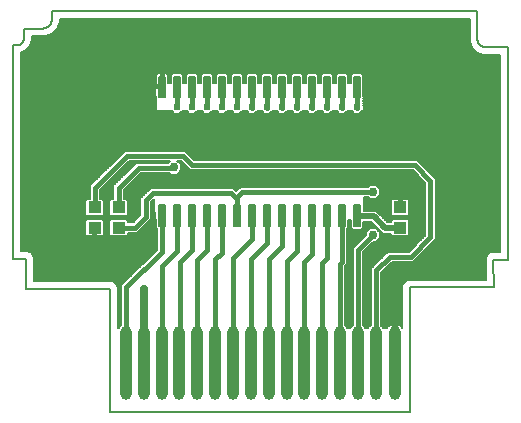
<source format=gtl>
G75*
%MOIN*%
%OFA0B0*%
%FSLAX25Y25*%
%IPPOS*%
%LPD*%
%AMOC8*
5,1,8,0,0,1.08239X$1,22.5*
%
%ADD10C,0.00600*%
%ADD11R,0.03937X0.03937*%
%ADD12C,0.03937*%
%ADD13C,0.00591*%
%ADD14R,0.04331X0.03937*%
%ADD15C,0.02000*%
%ADD16C,0.01600*%
%ADD17C,0.02978*%
%ADD18C,0.02756*%
%ADD19C,0.02400*%
D10*
X0046490Y0004511D02*
X0046415Y0045619D01*
X0018449Y0045619D01*
X0018524Y0055507D01*
X0014221Y0055507D01*
X0014221Y0126729D01*
X0015082Y0126729D01*
X0016821Y0124405D02*
X0018139Y0124951D01*
X0019657Y0126469D01*
X0020479Y0128452D01*
X0020479Y0129723D01*
X0024889Y0129723D01*
X0027110Y0130643D01*
X0028809Y0132343D01*
X0029729Y0134564D01*
X0029729Y0135529D01*
X0091795Y0135529D01*
X0091795Y0135529D01*
X0092288Y0135529D01*
X0092862Y0135529D01*
X0092862Y0135529D01*
X0166297Y0135533D01*
X0166297Y0127979D01*
X0167152Y0125916D01*
X0168730Y0124338D01*
X0168730Y0124338D01*
X0170793Y0123483D01*
X0176408Y0123483D01*
X0176408Y0057892D01*
X0174782Y0057892D01*
X0174772Y0057896D01*
X0174265Y0057892D01*
X0173758Y0057892D01*
X0173748Y0057888D01*
X0173737Y0057887D01*
X0173271Y0057690D01*
X0172803Y0057496D01*
X0172795Y0057488D01*
X0172785Y0057484D01*
X0172429Y0057122D01*
X0172071Y0056764D01*
X0172067Y0056754D01*
X0172059Y0056747D01*
X0171869Y0056277D01*
X0171676Y0055809D01*
X0171676Y0055798D01*
X0171671Y0055788D01*
X0171676Y0055281D01*
X0171676Y0054775D01*
X0171680Y0054764D01*
X0171729Y0048649D01*
X0147025Y0048649D01*
X0147022Y0048650D01*
X0146505Y0048649D01*
X0145993Y0048649D01*
X0145990Y0048648D01*
X0145988Y0048648D01*
X0145512Y0048450D01*
X0145037Y0048253D01*
X0145035Y0048252D01*
X0145033Y0048251D01*
X0144670Y0047886D01*
X0144306Y0047522D01*
X0144305Y0047520D01*
X0144303Y0047518D01*
X0144106Y0047041D01*
X0143910Y0046566D01*
X0143910Y0046564D01*
X0143909Y0046562D01*
X0143910Y0046044D01*
X0143910Y0045532D01*
X0143911Y0045530D01*
X0143934Y0032443D01*
X0143798Y0032771D01*
X0142992Y0033578D01*
X0141937Y0034015D01*
X0140796Y0034015D01*
X0139742Y0033578D01*
X0138935Y0032771D01*
X0138774Y0032382D01*
X0137592Y0032382D01*
X0137441Y0032746D01*
X0136789Y0033398D01*
X0136789Y0050995D01*
X0140412Y0054618D01*
X0147551Y0054618D01*
X0153971Y0061038D01*
X0154967Y0062034D01*
X0154967Y0082342D01*
X0153971Y0083338D01*
X0149717Y0087592D01*
X0148721Y0088588D01*
X0074443Y0088588D01*
X0072364Y0090667D01*
X0071368Y0091663D01*
X0051374Y0091663D01*
X0050378Y0090667D01*
X0040199Y0080488D01*
X0039701Y0079994D01*
X0039701Y0079990D01*
X0039698Y0079988D01*
X0039698Y0079287D01*
X0039684Y0075560D01*
X0038772Y0075560D01*
X0038245Y0075032D01*
X0038245Y0070350D01*
X0038772Y0069823D01*
X0043849Y0069823D01*
X0044376Y0070350D01*
X0044376Y0075032D01*
X0043849Y0075560D01*
X0043084Y0075560D01*
X0043096Y0078577D01*
X0052782Y0088263D01*
X0066522Y0088263D01*
X0065933Y0087675D01*
X0055248Y0087675D01*
X0054252Y0086679D01*
X0047613Y0080040D01*
X0047613Y0075560D01*
X0046746Y0075560D01*
X0046219Y0075032D01*
X0046219Y0070350D01*
X0046746Y0069823D01*
X0051822Y0069823D01*
X0052349Y0070350D01*
X0052349Y0075032D01*
X0051822Y0075560D01*
X0051013Y0075560D01*
X0051013Y0078632D01*
X0056657Y0084275D01*
X0066063Y0084275D01*
X0066687Y0083650D01*
X0068666Y0083650D01*
X0070065Y0085050D01*
X0070065Y0087029D01*
X0068831Y0088263D01*
X0069960Y0088263D01*
X0073035Y0085188D01*
X0147313Y0085188D01*
X0151567Y0080934D01*
X0151567Y0063442D01*
X0146143Y0058018D01*
X0139003Y0058018D01*
X0138008Y0057022D01*
X0133389Y0052403D01*
X0133389Y0033554D01*
X0133384Y0033552D01*
X0132577Y0032746D01*
X0132427Y0032382D01*
X0131647Y0032382D01*
X0131496Y0032746D01*
X0130781Y0033461D01*
X0130781Y0057728D01*
X0134122Y0061069D01*
X0135065Y0061069D01*
X0136464Y0062468D01*
X0136464Y0064447D01*
X0135065Y0065847D01*
X0133086Y0065847D01*
X0131686Y0064447D01*
X0131686Y0063441D01*
X0127381Y0059136D01*
X0127381Y0033494D01*
X0126633Y0032746D01*
X0126482Y0032382D01*
X0125702Y0032382D01*
X0125551Y0032746D01*
X0124924Y0033372D01*
X0124924Y0053209D01*
X0125496Y0053781D01*
X0125496Y0065682D01*
X0125814Y0066000D01*
X0125814Y0068673D01*
X0126652Y0068673D01*
X0126652Y0066000D01*
X0127352Y0065300D01*
X0130114Y0065300D01*
X0130814Y0066000D01*
X0130814Y0067879D01*
X0133530Y0067879D01*
X0136856Y0064554D01*
X0137406Y0063997D01*
X0137412Y0063997D01*
X0137417Y0063993D01*
X0138198Y0063993D01*
X0140120Y0063982D01*
X0140120Y0063657D01*
X0140647Y0063130D01*
X0145723Y0063130D01*
X0146250Y0063657D01*
X0146250Y0068339D01*
X0145723Y0068867D01*
X0140647Y0068867D01*
X0140120Y0068339D01*
X0140120Y0067782D01*
X0138995Y0067788D01*
X0135104Y0071679D01*
X0131111Y0071679D01*
X0131079Y0076079D01*
X0132495Y0076079D01*
X0133134Y0075440D01*
X0135113Y0075440D01*
X0136512Y0076839D01*
X0136512Y0078818D01*
X0135113Y0080218D01*
X0133134Y0080218D01*
X0132395Y0079479D01*
X0089834Y0079479D01*
X0088566Y0078211D01*
X0088431Y0078345D01*
X0087436Y0079341D01*
X0060150Y0079341D01*
X0057599Y0076790D01*
X0056603Y0075794D01*
X0056603Y0070259D01*
X0054056Y0067712D01*
X0052349Y0067712D01*
X0052349Y0068339D01*
X0051822Y0068867D01*
X0046746Y0068867D01*
X0046219Y0068339D01*
X0046219Y0063657D01*
X0046746Y0063130D01*
X0051822Y0063130D01*
X0052349Y0063657D01*
X0052349Y0064312D01*
X0055465Y0064312D01*
X0056461Y0065308D01*
X0060003Y0068851D01*
X0060003Y0074386D01*
X0061232Y0075615D01*
X0061232Y0073262D01*
X0061248Y0073246D01*
X0061304Y0069269D01*
X0061304Y0069025D01*
X0061307Y0069021D01*
X0061307Y0069016D01*
X0061482Y0068846D01*
X0061652Y0068676D01*
X0061652Y0066000D01*
X0061975Y0065677D01*
X0061975Y0058661D01*
X0050109Y0046794D01*
X0050109Y0033505D01*
X0049349Y0032746D01*
X0049199Y0032382D01*
X0049040Y0032382D01*
X0049015Y0045621D01*
X0049015Y0046136D01*
X0049014Y0046138D01*
X0049014Y0046141D01*
X0048816Y0046618D01*
X0048620Y0047092D01*
X0048618Y0047093D01*
X0048617Y0047096D01*
X0048251Y0047461D01*
X0047888Y0047823D01*
X0047886Y0047824D01*
X0047884Y0047826D01*
X0047410Y0048021D01*
X0046933Y0048219D01*
X0046930Y0048219D01*
X0046928Y0048220D01*
X0046414Y0048219D01*
X0021069Y0048219D01*
X0021120Y0054980D01*
X0021124Y0054990D01*
X0021124Y0055497D01*
X0021128Y0056004D01*
X0021124Y0056014D01*
X0021124Y0056024D01*
X0020930Y0056492D01*
X0020739Y0056963D01*
X0020732Y0056970D01*
X0020728Y0056980D01*
X0020370Y0057338D01*
X0020013Y0057700D01*
X0020004Y0057704D01*
X0019997Y0057711D01*
X0019528Y0057905D01*
X0019061Y0058103D01*
X0019051Y0058103D01*
X0019041Y0058107D01*
X0018534Y0058107D01*
X0018027Y0058111D01*
X0018017Y0058107D01*
X0016821Y0058107D01*
X0016821Y0124405D01*
X0016821Y0124232D02*
X0168987Y0124232D01*
X0168730Y0124338D02*
X0168730Y0124338D01*
X0168238Y0124830D02*
X0017848Y0124830D01*
X0018139Y0124951D02*
X0018139Y0124951D01*
X0018617Y0125429D02*
X0167640Y0125429D01*
X0167152Y0125916D02*
X0167152Y0125916D01*
X0167106Y0126027D02*
X0019215Y0126027D01*
X0019657Y0126469D02*
X0019657Y0126469D01*
X0019722Y0126626D02*
X0166858Y0126626D01*
X0166610Y0127224D02*
X0019970Y0127224D01*
X0020218Y0127823D02*
X0166362Y0127823D01*
X0166297Y0128421D02*
X0020466Y0128421D01*
X0020479Y0129020D02*
X0166297Y0129020D01*
X0166297Y0129618D02*
X0020479Y0129618D01*
X0017879Y0129526D02*
X0017879Y0132323D01*
X0023687Y0132323D01*
X0026079Y0130217D02*
X0166297Y0130217D01*
X0166297Y0130815D02*
X0027281Y0130815D01*
X0027110Y0130643D02*
X0027110Y0130643D01*
X0027880Y0131414D02*
X0166297Y0131414D01*
X0166297Y0132012D02*
X0028478Y0132012D01*
X0028809Y0132343D02*
X0028809Y0132343D01*
X0028920Y0132611D02*
X0166297Y0132611D01*
X0166297Y0133209D02*
X0029168Y0133209D01*
X0029416Y0133808D02*
X0166297Y0133808D01*
X0166297Y0134406D02*
X0029664Y0134406D01*
X0029729Y0135005D02*
X0166297Y0135005D01*
X0168897Y0138133D02*
X0168897Y0129095D01*
X0168899Y0128987D01*
X0168905Y0128880D01*
X0168914Y0128773D01*
X0168928Y0128666D01*
X0168945Y0128560D01*
X0168966Y0128455D01*
X0168991Y0128350D01*
X0169019Y0128246D01*
X0169051Y0128144D01*
X0169087Y0128042D01*
X0169126Y0127942D01*
X0169169Y0127844D01*
X0169216Y0127747D01*
X0169265Y0127652D01*
X0169319Y0127558D01*
X0169375Y0127467D01*
X0169435Y0127377D01*
X0169498Y0127290D01*
X0169564Y0127205D01*
X0169633Y0127123D01*
X0169705Y0127043D01*
X0169779Y0126965D01*
X0169857Y0126891D01*
X0169937Y0126819D01*
X0170019Y0126750D01*
X0170104Y0126684D01*
X0170191Y0126621D01*
X0170281Y0126561D01*
X0170372Y0126505D01*
X0170466Y0126451D01*
X0170561Y0126402D01*
X0170658Y0126355D01*
X0170756Y0126312D01*
X0170856Y0126273D01*
X0170958Y0126237D01*
X0171060Y0126205D01*
X0171164Y0126177D01*
X0171269Y0126152D01*
X0171374Y0126131D01*
X0171480Y0126114D01*
X0171587Y0126100D01*
X0171694Y0126091D01*
X0171801Y0126085D01*
X0171909Y0126083D01*
X0179008Y0126083D01*
X0179008Y0055292D01*
X0174276Y0055292D01*
X0174351Y0046049D01*
X0146510Y0046049D01*
X0146585Y0004511D01*
X0046490Y0004511D01*
X0049039Y0032659D02*
X0049313Y0032659D01*
X0049038Y0033258D02*
X0049861Y0033258D01*
X0050109Y0033856D02*
X0049037Y0033856D01*
X0049036Y0034455D02*
X0050109Y0034455D01*
X0050109Y0035053D02*
X0049035Y0035053D01*
X0049034Y0035652D02*
X0050109Y0035652D01*
X0050109Y0036250D02*
X0049033Y0036250D01*
X0049031Y0036849D02*
X0050109Y0036849D01*
X0050109Y0037447D02*
X0049030Y0037447D01*
X0049029Y0038046D02*
X0050109Y0038046D01*
X0050109Y0038644D02*
X0049028Y0038644D01*
X0049027Y0039243D02*
X0050109Y0039243D01*
X0050109Y0039841D02*
X0049026Y0039841D01*
X0049025Y0040440D02*
X0050109Y0040440D01*
X0050109Y0041038D02*
X0049024Y0041038D01*
X0049023Y0041637D02*
X0050109Y0041637D01*
X0050109Y0042235D02*
X0049022Y0042235D01*
X0049021Y0042834D02*
X0050109Y0042834D01*
X0050109Y0043432D02*
X0049019Y0043432D01*
X0049018Y0044031D02*
X0050109Y0044031D01*
X0050109Y0044630D02*
X0049017Y0044630D01*
X0049016Y0045228D02*
X0050109Y0045228D01*
X0050109Y0045827D02*
X0049015Y0045827D01*
X0048896Y0046425D02*
X0050109Y0046425D01*
X0050338Y0047024D02*
X0048648Y0047024D01*
X0048089Y0047622D02*
X0050936Y0047622D01*
X0051535Y0048221D02*
X0021069Y0048221D01*
X0021073Y0048819D02*
X0052133Y0048819D01*
X0052732Y0049418D02*
X0021078Y0049418D01*
X0021082Y0050016D02*
X0053330Y0050016D01*
X0053929Y0050615D02*
X0021087Y0050615D01*
X0021091Y0051213D02*
X0054527Y0051213D01*
X0055126Y0051812D02*
X0021096Y0051812D01*
X0021101Y0052410D02*
X0055725Y0052410D01*
X0056323Y0053009D02*
X0021105Y0053009D01*
X0021110Y0053607D02*
X0056922Y0053607D01*
X0057520Y0054206D02*
X0021114Y0054206D01*
X0021119Y0054804D02*
X0058119Y0054804D01*
X0058717Y0055403D02*
X0021124Y0055403D01*
X0021128Y0056001D02*
X0059316Y0056001D01*
X0059914Y0056600D02*
X0020887Y0056600D01*
X0020510Y0057198D02*
X0060513Y0057198D01*
X0061111Y0057797D02*
X0019790Y0057797D01*
X0016821Y0058395D02*
X0061710Y0058395D01*
X0061975Y0058994D02*
X0016821Y0058994D01*
X0016821Y0059592D02*
X0061975Y0059592D01*
X0061975Y0060191D02*
X0016821Y0060191D01*
X0016821Y0060789D02*
X0061975Y0060789D01*
X0061975Y0061388D02*
X0016821Y0061388D01*
X0016821Y0061986D02*
X0061975Y0061986D01*
X0061975Y0062585D02*
X0016821Y0062585D01*
X0016821Y0063183D02*
X0038719Y0063183D01*
X0038772Y0063130D02*
X0043849Y0063130D01*
X0044376Y0063657D01*
X0044376Y0068339D01*
X0043849Y0068867D01*
X0038772Y0068867D01*
X0038245Y0068339D01*
X0038245Y0063657D01*
X0038772Y0063130D01*
X0038245Y0063782D02*
X0016821Y0063782D01*
X0016821Y0064380D02*
X0038245Y0064380D01*
X0038245Y0064979D02*
X0016821Y0064979D01*
X0016821Y0065577D02*
X0038245Y0065577D01*
X0038245Y0066176D02*
X0016821Y0066176D01*
X0016821Y0066774D02*
X0038245Y0066774D01*
X0038245Y0067373D02*
X0016821Y0067373D01*
X0016821Y0067971D02*
X0038245Y0067971D01*
X0038476Y0068570D02*
X0016821Y0068570D01*
X0016821Y0069168D02*
X0055513Y0069168D01*
X0054914Y0068570D02*
X0052119Y0068570D01*
X0052349Y0067971D02*
X0054316Y0067971D01*
X0056111Y0069767D02*
X0016821Y0069767D01*
X0016821Y0070365D02*
X0038245Y0070365D01*
X0038245Y0070964D02*
X0016821Y0070964D01*
X0016821Y0071563D02*
X0038245Y0071563D01*
X0038245Y0072161D02*
X0016821Y0072161D01*
X0016821Y0072760D02*
X0038245Y0072760D01*
X0038245Y0073358D02*
X0016821Y0073358D01*
X0016821Y0073957D02*
X0038245Y0073957D01*
X0038245Y0074555D02*
X0016821Y0074555D01*
X0016821Y0075154D02*
X0038366Y0075154D01*
X0039685Y0075752D02*
X0016821Y0075752D01*
X0016821Y0076351D02*
X0039687Y0076351D01*
X0039690Y0076949D02*
X0016821Y0076949D01*
X0016821Y0077548D02*
X0039692Y0077548D01*
X0039694Y0078146D02*
X0016821Y0078146D01*
X0016821Y0078745D02*
X0039696Y0078745D01*
X0039698Y0079343D02*
X0016821Y0079343D01*
X0016821Y0079942D02*
X0039698Y0079942D01*
X0040251Y0080540D02*
X0016821Y0080540D01*
X0016821Y0081139D02*
X0040850Y0081139D01*
X0041448Y0081737D02*
X0016821Y0081737D01*
X0016821Y0082336D02*
X0042047Y0082336D01*
X0042645Y0082934D02*
X0016821Y0082934D01*
X0016821Y0083533D02*
X0043244Y0083533D01*
X0043842Y0084131D02*
X0016821Y0084131D01*
X0016821Y0084730D02*
X0044441Y0084730D01*
X0045039Y0085328D02*
X0016821Y0085328D01*
X0016821Y0085927D02*
X0045638Y0085927D01*
X0046236Y0086525D02*
X0016821Y0086525D01*
X0016821Y0087124D02*
X0046835Y0087124D01*
X0047433Y0087722D02*
X0016821Y0087722D01*
X0016821Y0088321D02*
X0048032Y0088321D01*
X0048630Y0088919D02*
X0016821Y0088919D01*
X0016821Y0089518D02*
X0049229Y0089518D01*
X0049827Y0090116D02*
X0016821Y0090116D01*
X0016821Y0090715D02*
X0050426Y0090715D01*
X0050378Y0090667D02*
X0050378Y0090667D01*
X0051024Y0091313D02*
X0016821Y0091313D01*
X0016821Y0091912D02*
X0176408Y0091912D01*
X0176408Y0092510D02*
X0016821Y0092510D01*
X0016821Y0093109D02*
X0176408Y0093109D01*
X0176408Y0093707D02*
X0016821Y0093707D01*
X0016821Y0094306D02*
X0176408Y0094306D01*
X0176408Y0094904D02*
X0016821Y0094904D01*
X0016821Y0095503D02*
X0176408Y0095503D01*
X0176408Y0096101D02*
X0016821Y0096101D01*
X0016821Y0096700D02*
X0176408Y0096700D01*
X0176408Y0097298D02*
X0016821Y0097298D01*
X0016821Y0097897D02*
X0176408Y0097897D01*
X0176408Y0098496D02*
X0016821Y0098496D01*
X0016821Y0099094D02*
X0176408Y0099094D01*
X0176408Y0099693D02*
X0016821Y0099693D01*
X0016821Y0100291D02*
X0176408Y0100291D01*
X0176408Y0100890D02*
X0016821Y0100890D01*
X0016821Y0101488D02*
X0176408Y0101488D01*
X0176408Y0102087D02*
X0016821Y0102087D01*
X0016821Y0102685D02*
X0176408Y0102685D01*
X0176408Y0103284D02*
X0016821Y0103284D01*
X0016821Y0103882D02*
X0176408Y0103882D01*
X0176408Y0104481D02*
X0130072Y0104481D01*
X0130447Y0104856D02*
X0130607Y0104856D01*
X0130608Y0104857D01*
X0130611Y0104857D01*
X0130784Y0105033D01*
X0130958Y0105207D01*
X0130958Y0105209D01*
X0130960Y0105211D01*
X0130958Y0105457D01*
X0130958Y0105704D01*
X0130957Y0105706D01*
X0130908Y0113579D01*
X0130908Y0113825D01*
X0130906Y0113827D01*
X0130906Y0113829D01*
X0130814Y0113920D01*
X0130814Y0116833D01*
X0130114Y0117533D01*
X0127352Y0117533D01*
X0126652Y0116833D01*
X0126652Y0114175D01*
X0125814Y0114175D01*
X0125814Y0116833D01*
X0125114Y0117533D01*
X0122352Y0117533D01*
X0121652Y0116833D01*
X0121652Y0114174D01*
X0120814Y0114174D01*
X0120814Y0116833D01*
X0120114Y0117533D01*
X0117352Y0117533D01*
X0116652Y0116833D01*
X0116652Y0114172D01*
X0115814Y0114172D01*
X0115814Y0116833D01*
X0115114Y0117533D01*
X0112352Y0117533D01*
X0111652Y0116833D01*
X0111652Y0114171D01*
X0110814Y0114171D01*
X0110814Y0116833D01*
X0110114Y0117533D01*
X0107352Y0117533D01*
X0106652Y0116833D01*
X0106652Y0114169D01*
X0105814Y0114169D01*
X0105814Y0116833D01*
X0105114Y0117533D01*
X0102352Y0117533D01*
X0101652Y0116833D01*
X0101652Y0114168D01*
X0100814Y0114168D01*
X0100814Y0116833D01*
X0100114Y0117533D01*
X0097352Y0117533D01*
X0096652Y0116833D01*
X0096652Y0114166D01*
X0095814Y0114166D01*
X0095814Y0116833D01*
X0095114Y0117533D01*
X0092352Y0117533D01*
X0091652Y0116833D01*
X0091652Y0114165D01*
X0090814Y0114165D01*
X0090814Y0116833D01*
X0090114Y0117533D01*
X0087352Y0117533D01*
X0086652Y0116833D01*
X0086652Y0114163D01*
X0085814Y0114163D01*
X0085814Y0116833D01*
X0085114Y0117533D01*
X0082352Y0117533D01*
X0081652Y0116833D01*
X0081652Y0114162D01*
X0080814Y0114162D01*
X0080814Y0116833D01*
X0080114Y0117533D01*
X0077352Y0117533D01*
X0076652Y0116833D01*
X0076652Y0114160D01*
X0075814Y0114160D01*
X0075814Y0116833D01*
X0075114Y0117533D01*
X0072352Y0117533D01*
X0071652Y0116833D01*
X0071652Y0114159D01*
X0070814Y0114159D01*
X0070814Y0116833D01*
X0070114Y0117533D01*
X0067352Y0117533D01*
X0066652Y0116833D01*
X0066652Y0114157D01*
X0065814Y0114157D01*
X0065814Y0116833D01*
X0065114Y0117533D01*
X0062352Y0117533D01*
X0061652Y0116833D01*
X0061652Y0113848D01*
X0061608Y0113805D01*
X0061608Y0113805D01*
X0061608Y0113804D01*
X0061608Y0113555D01*
X0061608Y0109746D01*
X0061623Y0109732D01*
X0061670Y0105432D01*
X0061670Y0105187D01*
X0061672Y0105184D01*
X0061672Y0105180D01*
X0061848Y0105009D01*
X0062021Y0104835D01*
X0062025Y0104835D01*
X0062028Y0104833D01*
X0062273Y0104835D01*
X0067036Y0104837D01*
X0067865Y0104007D01*
X0069605Y0104007D01*
X0070436Y0104838D01*
X0072034Y0104838D01*
X0072865Y0104007D01*
X0074605Y0104007D01*
X0075437Y0104839D01*
X0077031Y0104840D01*
X0077863Y0104007D01*
X0079603Y0104007D01*
X0080437Y0104841D01*
X0082030Y0104841D01*
X0082864Y0104007D01*
X0084604Y0104007D01*
X0085439Y0104842D01*
X0087030Y0104843D01*
X0087866Y0104007D01*
X0089605Y0104007D01*
X0090442Y0104844D01*
X0092023Y0104844D01*
X0092860Y0104007D01*
X0094600Y0104007D01*
X0095438Y0104845D01*
X0097026Y0104846D01*
X0097865Y0104007D01*
X0099605Y0104007D01*
X0100444Y0104847D01*
X0102021Y0104847D01*
X0102861Y0104007D01*
X0104601Y0104007D01*
X0105442Y0104848D01*
X0107022Y0104849D01*
X0107864Y0104007D01*
X0109603Y0104007D01*
X0110446Y0104850D01*
X0112019Y0104850D01*
X0112862Y0104007D01*
X0114602Y0104007D01*
X0115446Y0104851D01*
X0117021Y0104852D01*
X0117866Y0104007D01*
X0119605Y0104007D01*
X0120451Y0104853D01*
X0122023Y0104853D01*
X0122869Y0104007D01*
X0124609Y0104007D01*
X0125456Y0104854D01*
X0127011Y0104855D01*
X0127859Y0104007D01*
X0129598Y0104007D01*
X0130447Y0104856D01*
X0130830Y0105079D02*
X0176408Y0105079D01*
X0176408Y0105678D02*
X0130958Y0105678D01*
X0130953Y0106276D02*
X0176408Y0106276D01*
X0176408Y0106875D02*
X0130949Y0106875D01*
X0130946Y0107473D02*
X0176408Y0107473D01*
X0176408Y0108072D02*
X0130942Y0108072D01*
X0130938Y0108670D02*
X0176408Y0108670D01*
X0176408Y0109269D02*
X0130935Y0109269D01*
X0130931Y0109867D02*
X0176408Y0109867D01*
X0176408Y0110466D02*
X0130927Y0110466D01*
X0130923Y0111064D02*
X0176408Y0111064D01*
X0176408Y0111663D02*
X0130920Y0111663D01*
X0130916Y0112261D02*
X0176408Y0112261D01*
X0176408Y0112860D02*
X0130912Y0112860D01*
X0130909Y0113458D02*
X0176408Y0113458D01*
X0176408Y0114057D02*
X0130814Y0114057D01*
X0130814Y0114655D02*
X0176408Y0114655D01*
X0176408Y0115254D02*
X0130814Y0115254D01*
X0130814Y0115852D02*
X0176408Y0115852D01*
X0176408Y0116451D02*
X0130814Y0116451D01*
X0130598Y0117049D02*
X0176408Y0117049D01*
X0176408Y0117648D02*
X0016821Y0117648D01*
X0016821Y0118246D02*
X0176408Y0118246D01*
X0176408Y0118845D02*
X0016821Y0118845D01*
X0016821Y0119443D02*
X0176408Y0119443D01*
X0176408Y0120042D02*
X0016821Y0120042D01*
X0016821Y0120640D02*
X0176408Y0120640D01*
X0176408Y0121239D02*
X0016821Y0121239D01*
X0016821Y0121837D02*
X0176408Y0121837D01*
X0176408Y0122436D02*
X0016821Y0122436D01*
X0016821Y0123034D02*
X0176408Y0123034D01*
X0170432Y0123633D02*
X0016821Y0123633D01*
X0015082Y0126729D02*
X0015187Y0126731D01*
X0015291Y0126737D01*
X0015395Y0126747D01*
X0015499Y0126760D01*
X0015602Y0126778D01*
X0015704Y0126799D01*
X0015806Y0126824D01*
X0015906Y0126853D01*
X0016006Y0126886D01*
X0016104Y0126922D01*
X0016200Y0126962D01*
X0016296Y0127006D01*
X0016389Y0127053D01*
X0016480Y0127104D01*
X0016570Y0127158D01*
X0016658Y0127215D01*
X0016743Y0127276D01*
X0016826Y0127339D01*
X0016906Y0127406D01*
X0016984Y0127476D01*
X0017060Y0127548D01*
X0017132Y0127624D01*
X0017202Y0127702D01*
X0017269Y0127782D01*
X0017332Y0127865D01*
X0017393Y0127950D01*
X0017450Y0128038D01*
X0017504Y0128127D01*
X0017555Y0128219D01*
X0017602Y0128312D01*
X0017646Y0128408D01*
X0017686Y0128504D01*
X0017722Y0128602D01*
X0017755Y0128702D01*
X0017784Y0128802D01*
X0017809Y0128904D01*
X0017830Y0129006D01*
X0017848Y0129109D01*
X0017861Y0129213D01*
X0017871Y0129317D01*
X0017877Y0129421D01*
X0017879Y0129526D01*
X0023687Y0132323D02*
X0023802Y0132325D01*
X0023917Y0132331D01*
X0024032Y0132340D01*
X0024146Y0132354D01*
X0024260Y0132371D01*
X0024373Y0132392D01*
X0024485Y0132417D01*
X0024596Y0132445D01*
X0024707Y0132478D01*
X0024816Y0132513D01*
X0024924Y0132553D01*
X0025031Y0132596D01*
X0025136Y0132643D01*
X0025239Y0132693D01*
X0025341Y0132747D01*
X0025441Y0132803D01*
X0025539Y0132864D01*
X0025635Y0132927D01*
X0025729Y0132994D01*
X0025820Y0133064D01*
X0025909Y0133137D01*
X0025996Y0133212D01*
X0026080Y0133291D01*
X0026161Y0133372D01*
X0026240Y0133456D01*
X0026315Y0133543D01*
X0026388Y0133632D01*
X0026458Y0133723D01*
X0026525Y0133817D01*
X0026588Y0133913D01*
X0026649Y0134011D01*
X0026705Y0134111D01*
X0026759Y0134213D01*
X0026809Y0134316D01*
X0026856Y0134421D01*
X0026899Y0134528D01*
X0026939Y0134636D01*
X0026974Y0134745D01*
X0027007Y0134856D01*
X0027035Y0134967D01*
X0027060Y0135079D01*
X0027081Y0135192D01*
X0027098Y0135306D01*
X0027112Y0135420D01*
X0027121Y0135535D01*
X0027127Y0135650D01*
X0027129Y0135765D01*
X0027129Y0138129D01*
X0092312Y0138129D01*
X0092345Y0138129D01*
X0092312Y0138129D02*
X0168897Y0138133D01*
X0126868Y0117049D02*
X0125598Y0117049D01*
X0125814Y0116451D02*
X0126652Y0116451D01*
X0126652Y0115852D02*
X0125814Y0115852D01*
X0125814Y0115254D02*
X0126652Y0115254D01*
X0126652Y0114655D02*
X0125814Y0114655D01*
X0121868Y0117049D02*
X0120598Y0117049D01*
X0120814Y0116451D02*
X0121652Y0116451D01*
X0121652Y0115852D02*
X0120814Y0115852D01*
X0120814Y0115254D02*
X0121652Y0115254D01*
X0121652Y0114655D02*
X0120814Y0114655D01*
X0116652Y0114655D02*
X0115814Y0114655D01*
X0115814Y0115254D02*
X0116652Y0115254D01*
X0116652Y0115852D02*
X0115814Y0115852D01*
X0115814Y0116451D02*
X0116652Y0116451D01*
X0116868Y0117049D02*
X0115598Y0117049D01*
X0111868Y0117049D02*
X0110598Y0117049D01*
X0110814Y0116451D02*
X0111652Y0116451D01*
X0111652Y0115852D02*
X0110814Y0115852D01*
X0110814Y0115254D02*
X0111652Y0115254D01*
X0111652Y0114655D02*
X0110814Y0114655D01*
X0106652Y0114655D02*
X0105814Y0114655D01*
X0105814Y0115254D02*
X0106652Y0115254D01*
X0106652Y0115852D02*
X0105814Y0115852D01*
X0105814Y0116451D02*
X0106652Y0116451D01*
X0106868Y0117049D02*
X0105598Y0117049D01*
X0101868Y0117049D02*
X0100598Y0117049D01*
X0100814Y0116451D02*
X0101652Y0116451D01*
X0101652Y0115852D02*
X0100814Y0115852D01*
X0100814Y0115254D02*
X0101652Y0115254D01*
X0101652Y0114655D02*
X0100814Y0114655D01*
X0096652Y0114655D02*
X0095814Y0114655D01*
X0095814Y0115254D02*
X0096652Y0115254D01*
X0096652Y0115852D02*
X0095814Y0115852D01*
X0095814Y0116451D02*
X0096652Y0116451D01*
X0096868Y0117049D02*
X0095598Y0117049D01*
X0091868Y0117049D02*
X0090598Y0117049D01*
X0090814Y0116451D02*
X0091652Y0116451D01*
X0091652Y0115852D02*
X0090814Y0115852D01*
X0090814Y0115254D02*
X0091652Y0115254D01*
X0091652Y0114655D02*
X0090814Y0114655D01*
X0086652Y0114655D02*
X0085814Y0114655D01*
X0085814Y0115254D02*
X0086652Y0115254D01*
X0086652Y0115852D02*
X0085814Y0115852D01*
X0085814Y0116451D02*
X0086652Y0116451D01*
X0086868Y0117049D02*
X0085598Y0117049D01*
X0081868Y0117049D02*
X0080598Y0117049D01*
X0080814Y0116451D02*
X0081652Y0116451D01*
X0081652Y0115852D02*
X0080814Y0115852D01*
X0080814Y0115254D02*
X0081652Y0115254D01*
X0081652Y0114655D02*
X0080814Y0114655D01*
X0076652Y0114655D02*
X0075814Y0114655D01*
X0075814Y0115254D02*
X0076652Y0115254D01*
X0076652Y0115852D02*
X0075814Y0115852D01*
X0075814Y0116451D02*
X0076652Y0116451D01*
X0076868Y0117049D02*
X0075598Y0117049D01*
X0071868Y0117049D02*
X0070598Y0117049D01*
X0070814Y0116451D02*
X0071652Y0116451D01*
X0071652Y0115852D02*
X0070814Y0115852D01*
X0070814Y0115254D02*
X0071652Y0115254D01*
X0071652Y0114655D02*
X0070814Y0114655D01*
X0066652Y0114655D02*
X0065814Y0114655D01*
X0065814Y0115254D02*
X0066652Y0115254D01*
X0066652Y0115852D02*
X0065814Y0115852D01*
X0065814Y0116451D02*
X0066652Y0116451D01*
X0066868Y0117049D02*
X0065598Y0117049D01*
X0061868Y0117049D02*
X0016821Y0117049D01*
X0016821Y0116451D02*
X0061652Y0116451D01*
X0061652Y0115852D02*
X0016821Y0115852D01*
X0016821Y0115254D02*
X0061652Y0115254D01*
X0061652Y0114655D02*
X0016821Y0114655D01*
X0016821Y0114057D02*
X0061652Y0114057D01*
X0061608Y0113458D02*
X0016821Y0113458D01*
X0016821Y0112860D02*
X0061608Y0112860D01*
X0061608Y0112261D02*
X0016821Y0112261D01*
X0016821Y0111663D02*
X0061608Y0111663D01*
X0061608Y0111064D02*
X0016821Y0111064D01*
X0016821Y0110466D02*
X0061608Y0110466D01*
X0061608Y0109867D02*
X0016821Y0109867D01*
X0016821Y0109269D02*
X0061628Y0109269D01*
X0061634Y0108670D02*
X0016821Y0108670D01*
X0016821Y0108072D02*
X0061641Y0108072D01*
X0061647Y0107473D02*
X0016821Y0107473D01*
X0016821Y0106875D02*
X0061654Y0106875D01*
X0061660Y0106276D02*
X0016821Y0106276D01*
X0016821Y0105678D02*
X0061667Y0105678D01*
X0061776Y0105079D02*
X0016821Y0105079D01*
X0016821Y0104481D02*
X0067392Y0104481D01*
X0070079Y0104481D02*
X0072391Y0104481D01*
X0075078Y0104481D02*
X0077390Y0104481D01*
X0080077Y0104481D02*
X0082390Y0104481D01*
X0085077Y0104481D02*
X0087392Y0104481D01*
X0090079Y0104481D02*
X0092386Y0104481D01*
X0095073Y0104481D02*
X0097391Y0104481D01*
X0100078Y0104481D02*
X0102387Y0104481D01*
X0105074Y0104481D02*
X0107390Y0104481D01*
X0110077Y0104481D02*
X0112388Y0104481D01*
X0115075Y0104481D02*
X0117392Y0104481D01*
X0120079Y0104481D02*
X0122395Y0104481D01*
X0125082Y0104481D02*
X0127385Y0104481D01*
X0148989Y0088321D02*
X0176408Y0088321D01*
X0176408Y0088919D02*
X0074112Y0088919D01*
X0073513Y0089518D02*
X0176408Y0089518D01*
X0176408Y0090116D02*
X0072915Y0090116D01*
X0072316Y0090715D02*
X0176408Y0090715D01*
X0176408Y0091313D02*
X0071718Y0091313D01*
X0070500Y0087722D02*
X0069372Y0087722D01*
X0069971Y0087124D02*
X0071099Y0087124D01*
X0071697Y0086525D02*
X0070065Y0086525D01*
X0070065Y0085927D02*
X0072296Y0085927D01*
X0072895Y0085328D02*
X0070065Y0085328D01*
X0069745Y0084730D02*
X0147772Y0084730D01*
X0148370Y0084131D02*
X0069147Y0084131D01*
X0066206Y0084131D02*
X0056513Y0084131D01*
X0055914Y0083533D02*
X0148969Y0083533D01*
X0149567Y0082934D02*
X0055316Y0082934D01*
X0054717Y0082336D02*
X0150166Y0082336D01*
X0150764Y0081737D02*
X0054119Y0081737D01*
X0053520Y0081139D02*
X0151363Y0081139D01*
X0151567Y0080540D02*
X0052922Y0080540D01*
X0052323Y0079942D02*
X0132858Y0079942D01*
X0135389Y0079942D02*
X0151567Y0079942D01*
X0151567Y0079343D02*
X0135987Y0079343D01*
X0136512Y0078745D02*
X0151567Y0078745D01*
X0151567Y0078146D02*
X0136512Y0078146D01*
X0136512Y0077548D02*
X0151567Y0077548D01*
X0151567Y0076949D02*
X0136512Y0076949D01*
X0136024Y0076351D02*
X0151567Y0076351D01*
X0151567Y0075752D02*
X0135425Y0075752D01*
X0132821Y0075752D02*
X0131081Y0075752D01*
X0131085Y0075154D02*
X0140241Y0075154D01*
X0140120Y0075032D02*
X0140647Y0075560D01*
X0145723Y0075560D01*
X0146250Y0075032D01*
X0146250Y0070350D01*
X0145723Y0069823D01*
X0140647Y0069823D01*
X0140120Y0070350D01*
X0140120Y0075032D01*
X0140120Y0074555D02*
X0131090Y0074555D01*
X0131094Y0073957D02*
X0140120Y0073957D01*
X0140120Y0073358D02*
X0131099Y0073358D01*
X0131103Y0072760D02*
X0140120Y0072760D01*
X0140120Y0072161D02*
X0131108Y0072161D01*
X0135221Y0071563D02*
X0140120Y0071563D01*
X0140120Y0070964D02*
X0135820Y0070964D01*
X0136418Y0070365D02*
X0140120Y0070365D01*
X0140350Y0068570D02*
X0138214Y0068570D01*
X0138812Y0067971D02*
X0140120Y0067971D01*
X0137615Y0069168D02*
X0151567Y0069168D01*
X0151567Y0068570D02*
X0146020Y0068570D01*
X0146250Y0067971D02*
X0151567Y0067971D01*
X0151567Y0067373D02*
X0146250Y0067373D01*
X0146250Y0066774D02*
X0151567Y0066774D01*
X0151567Y0066176D02*
X0146250Y0066176D01*
X0146250Y0065577D02*
X0151567Y0065577D01*
X0151567Y0064979D02*
X0146250Y0064979D01*
X0146250Y0064380D02*
X0151567Y0064380D01*
X0151567Y0063782D02*
X0146250Y0063782D01*
X0145777Y0063183D02*
X0151308Y0063183D01*
X0150710Y0062585D02*
X0136464Y0062585D01*
X0136464Y0063183D02*
X0140593Y0063183D01*
X0140120Y0063782D02*
X0136464Y0063782D01*
X0136464Y0064380D02*
X0137027Y0064380D01*
X0136431Y0064979D02*
X0135933Y0064979D01*
X0135832Y0065577D02*
X0135334Y0065577D01*
X0135234Y0066176D02*
X0130814Y0066176D01*
X0130814Y0066774D02*
X0134635Y0066774D01*
X0134037Y0067373D02*
X0130814Y0067373D01*
X0130391Y0065577D02*
X0132816Y0065577D01*
X0132218Y0064979D02*
X0125496Y0064979D01*
X0125496Y0065577D02*
X0127075Y0065577D01*
X0126652Y0066176D02*
X0125814Y0066176D01*
X0125814Y0066774D02*
X0126652Y0066774D01*
X0126652Y0067373D02*
X0125814Y0067373D01*
X0125814Y0067971D02*
X0126652Y0067971D01*
X0126652Y0068570D02*
X0125814Y0068570D01*
X0125496Y0064380D02*
X0131686Y0064380D01*
X0131686Y0063782D02*
X0125496Y0063782D01*
X0125496Y0063183D02*
X0131428Y0063183D01*
X0130829Y0062585D02*
X0125496Y0062585D01*
X0125496Y0061986D02*
X0130231Y0061986D01*
X0129632Y0061388D02*
X0125496Y0061388D01*
X0125496Y0060789D02*
X0129034Y0060789D01*
X0128435Y0060191D02*
X0125496Y0060191D01*
X0125496Y0059592D02*
X0127837Y0059592D01*
X0127381Y0058994D02*
X0125496Y0058994D01*
X0125496Y0058395D02*
X0127381Y0058395D01*
X0127381Y0057797D02*
X0125496Y0057797D01*
X0125496Y0057198D02*
X0127381Y0057198D01*
X0127381Y0056600D02*
X0125496Y0056600D01*
X0125496Y0056001D02*
X0127381Y0056001D01*
X0127381Y0055403D02*
X0125496Y0055403D01*
X0125496Y0054804D02*
X0127381Y0054804D01*
X0127381Y0054206D02*
X0125496Y0054206D01*
X0125322Y0053607D02*
X0127381Y0053607D01*
X0127381Y0053009D02*
X0124924Y0053009D01*
X0124924Y0052410D02*
X0127381Y0052410D01*
X0127381Y0051812D02*
X0124924Y0051812D01*
X0124924Y0051213D02*
X0127381Y0051213D01*
X0127381Y0050615D02*
X0124924Y0050615D01*
X0124924Y0050016D02*
X0127381Y0050016D01*
X0127381Y0049418D02*
X0124924Y0049418D01*
X0124924Y0048819D02*
X0127381Y0048819D01*
X0127381Y0048221D02*
X0124924Y0048221D01*
X0124924Y0047622D02*
X0127381Y0047622D01*
X0127381Y0047024D02*
X0124924Y0047024D01*
X0124924Y0046425D02*
X0127381Y0046425D01*
X0127381Y0045827D02*
X0124924Y0045827D01*
X0124924Y0045228D02*
X0127381Y0045228D01*
X0127381Y0044630D02*
X0124924Y0044630D01*
X0124924Y0044031D02*
X0127381Y0044031D01*
X0127381Y0043432D02*
X0124924Y0043432D01*
X0124924Y0042834D02*
X0127381Y0042834D01*
X0127381Y0042235D02*
X0124924Y0042235D01*
X0124924Y0041637D02*
X0127381Y0041637D01*
X0127381Y0041038D02*
X0124924Y0041038D01*
X0124924Y0040440D02*
X0127381Y0040440D01*
X0127381Y0039841D02*
X0124924Y0039841D01*
X0124924Y0039243D02*
X0127381Y0039243D01*
X0127381Y0038644D02*
X0124924Y0038644D01*
X0124924Y0038046D02*
X0127381Y0038046D01*
X0127381Y0037447D02*
X0124924Y0037447D01*
X0124924Y0036849D02*
X0127381Y0036849D01*
X0127381Y0036250D02*
X0124924Y0036250D01*
X0124924Y0035652D02*
X0127381Y0035652D01*
X0127381Y0035053D02*
X0124924Y0035053D01*
X0124924Y0034455D02*
X0127381Y0034455D01*
X0127381Y0033856D02*
X0124924Y0033856D01*
X0125039Y0033258D02*
X0127145Y0033258D01*
X0126597Y0032659D02*
X0125587Y0032659D01*
X0130781Y0033856D02*
X0133389Y0033856D01*
X0133389Y0034455D02*
X0130781Y0034455D01*
X0130781Y0035053D02*
X0133389Y0035053D01*
X0133389Y0035652D02*
X0130781Y0035652D01*
X0130781Y0036250D02*
X0133389Y0036250D01*
X0133389Y0036849D02*
X0130781Y0036849D01*
X0130781Y0037447D02*
X0133389Y0037447D01*
X0133389Y0038046D02*
X0130781Y0038046D01*
X0130781Y0038644D02*
X0133389Y0038644D01*
X0133389Y0039243D02*
X0130781Y0039243D01*
X0130781Y0039841D02*
X0133389Y0039841D01*
X0133389Y0040440D02*
X0130781Y0040440D01*
X0130781Y0041038D02*
X0133389Y0041038D01*
X0133389Y0041637D02*
X0130781Y0041637D01*
X0130781Y0042235D02*
X0133389Y0042235D01*
X0133389Y0042834D02*
X0130781Y0042834D01*
X0130781Y0043432D02*
X0133389Y0043432D01*
X0133389Y0044031D02*
X0130781Y0044031D01*
X0130781Y0044630D02*
X0133389Y0044630D01*
X0133389Y0045228D02*
X0130781Y0045228D01*
X0130781Y0045827D02*
X0133389Y0045827D01*
X0133389Y0046425D02*
X0130781Y0046425D01*
X0130781Y0047024D02*
X0133389Y0047024D01*
X0133389Y0047622D02*
X0130781Y0047622D01*
X0130781Y0048221D02*
X0133389Y0048221D01*
X0133389Y0048819D02*
X0130781Y0048819D01*
X0130781Y0049418D02*
X0133389Y0049418D01*
X0133389Y0050016D02*
X0130781Y0050016D01*
X0130781Y0050615D02*
X0133389Y0050615D01*
X0133389Y0051213D02*
X0130781Y0051213D01*
X0130781Y0051812D02*
X0133389Y0051812D01*
X0133396Y0052410D02*
X0130781Y0052410D01*
X0130781Y0053009D02*
X0133994Y0053009D01*
X0134593Y0053607D02*
X0130781Y0053607D01*
X0130781Y0054206D02*
X0135191Y0054206D01*
X0135790Y0054804D02*
X0130781Y0054804D01*
X0130781Y0055403D02*
X0136388Y0055403D01*
X0136987Y0056001D02*
X0130781Y0056001D01*
X0130781Y0056600D02*
X0137585Y0056600D01*
X0138008Y0057022D02*
X0138008Y0057022D01*
X0138184Y0057198D02*
X0130781Y0057198D01*
X0130850Y0057797D02*
X0138782Y0057797D01*
X0135384Y0061388D02*
X0149513Y0061388D01*
X0150111Y0061986D02*
X0135982Y0061986D01*
X0133842Y0060789D02*
X0148914Y0060789D01*
X0148316Y0060191D02*
X0133244Y0060191D01*
X0132645Y0059592D02*
X0147717Y0059592D01*
X0147119Y0058994D02*
X0132047Y0058994D01*
X0131448Y0058395D02*
X0146520Y0058395D01*
X0148935Y0056001D02*
X0171755Y0056001D01*
X0171675Y0055403D02*
X0148336Y0055403D01*
X0147738Y0054804D02*
X0171676Y0054804D01*
X0171684Y0054206D02*
X0140000Y0054206D01*
X0139401Y0053607D02*
X0171689Y0053607D01*
X0171694Y0053009D02*
X0138803Y0053009D01*
X0138204Y0052410D02*
X0171699Y0052410D01*
X0171704Y0051812D02*
X0137606Y0051812D01*
X0137007Y0051213D02*
X0171709Y0051213D01*
X0171713Y0050615D02*
X0136789Y0050615D01*
X0136789Y0050016D02*
X0171718Y0050016D01*
X0171723Y0049418D02*
X0136789Y0049418D01*
X0136789Y0048819D02*
X0171728Y0048819D01*
X0172000Y0056600D02*
X0149533Y0056600D01*
X0150132Y0057198D02*
X0172504Y0057198D01*
X0173523Y0057797D02*
X0150730Y0057797D01*
X0151329Y0058395D02*
X0176408Y0058395D01*
X0176408Y0058994D02*
X0151927Y0058994D01*
X0152526Y0059592D02*
X0176408Y0059592D01*
X0176408Y0060191D02*
X0153124Y0060191D01*
X0153723Y0060789D02*
X0176408Y0060789D01*
X0176408Y0061388D02*
X0154321Y0061388D01*
X0154920Y0061986D02*
X0176408Y0061986D01*
X0176408Y0062585D02*
X0154967Y0062585D01*
X0154967Y0063183D02*
X0176408Y0063183D01*
X0176408Y0063782D02*
X0154967Y0063782D01*
X0154967Y0064380D02*
X0176408Y0064380D01*
X0176408Y0064979D02*
X0154967Y0064979D01*
X0154967Y0065577D02*
X0176408Y0065577D01*
X0176408Y0066176D02*
X0154967Y0066176D01*
X0154967Y0066774D02*
X0176408Y0066774D01*
X0176408Y0067373D02*
X0154967Y0067373D01*
X0154967Y0067971D02*
X0176408Y0067971D01*
X0176408Y0068570D02*
X0154967Y0068570D01*
X0154967Y0069168D02*
X0176408Y0069168D01*
X0176408Y0069767D02*
X0154967Y0069767D01*
X0154967Y0070365D02*
X0176408Y0070365D01*
X0176408Y0070964D02*
X0154967Y0070964D01*
X0154967Y0071563D02*
X0176408Y0071563D01*
X0176408Y0072161D02*
X0154967Y0072161D01*
X0154967Y0072760D02*
X0176408Y0072760D01*
X0176408Y0073358D02*
X0154967Y0073358D01*
X0154967Y0073957D02*
X0176408Y0073957D01*
X0176408Y0074555D02*
X0154967Y0074555D01*
X0154967Y0075154D02*
X0176408Y0075154D01*
X0176408Y0075752D02*
X0154967Y0075752D01*
X0154967Y0076351D02*
X0176408Y0076351D01*
X0176408Y0076949D02*
X0154967Y0076949D01*
X0154967Y0077548D02*
X0176408Y0077548D01*
X0176408Y0078146D02*
X0154967Y0078146D01*
X0154967Y0078745D02*
X0176408Y0078745D01*
X0176408Y0079343D02*
X0154967Y0079343D01*
X0154967Y0079942D02*
X0176408Y0079942D01*
X0176408Y0080540D02*
X0154967Y0080540D01*
X0154967Y0081139D02*
X0176408Y0081139D01*
X0176408Y0081737D02*
X0154967Y0081737D01*
X0154967Y0082336D02*
X0176408Y0082336D01*
X0176408Y0082934D02*
X0154375Y0082934D01*
X0153971Y0083338D02*
X0153971Y0083338D01*
X0153777Y0083533D02*
X0176408Y0083533D01*
X0176408Y0084131D02*
X0153178Y0084131D01*
X0152580Y0084730D02*
X0176408Y0084730D01*
X0176408Y0085328D02*
X0151981Y0085328D01*
X0151383Y0085927D02*
X0176408Y0085927D01*
X0176408Y0086525D02*
X0150784Y0086525D01*
X0150186Y0087124D02*
X0176408Y0087124D01*
X0176408Y0087722D02*
X0149587Y0087722D01*
X0149717Y0087592D02*
X0149717Y0087592D01*
X0151567Y0075154D02*
X0146129Y0075154D01*
X0146250Y0074555D02*
X0151567Y0074555D01*
X0151567Y0073957D02*
X0146250Y0073957D01*
X0146250Y0073358D02*
X0151567Y0073358D01*
X0151567Y0072760D02*
X0146250Y0072760D01*
X0146250Y0072161D02*
X0151567Y0072161D01*
X0151567Y0071563D02*
X0146250Y0071563D01*
X0146250Y0070964D02*
X0151567Y0070964D01*
X0151567Y0070365D02*
X0146250Y0070365D01*
X0151567Y0069767D02*
X0137017Y0069767D01*
X0136789Y0048221D02*
X0145003Y0048221D01*
X0144406Y0047622D02*
X0136789Y0047622D01*
X0136789Y0047024D02*
X0144099Y0047024D01*
X0143909Y0046425D02*
X0136789Y0046425D01*
X0136789Y0045827D02*
X0143910Y0045827D01*
X0143911Y0045228D02*
X0136789Y0045228D01*
X0136789Y0044630D02*
X0143912Y0044630D01*
X0143913Y0044031D02*
X0136789Y0044031D01*
X0136789Y0043432D02*
X0143915Y0043432D01*
X0143916Y0042834D02*
X0136789Y0042834D01*
X0136789Y0042235D02*
X0143917Y0042235D01*
X0143918Y0041637D02*
X0136789Y0041637D01*
X0136789Y0041038D02*
X0143919Y0041038D01*
X0143920Y0040440D02*
X0136789Y0040440D01*
X0136789Y0039841D02*
X0143921Y0039841D01*
X0143922Y0039243D02*
X0136789Y0039243D01*
X0136789Y0038644D02*
X0143923Y0038644D01*
X0143924Y0038046D02*
X0136789Y0038046D01*
X0136789Y0037447D02*
X0143925Y0037447D01*
X0143926Y0036849D02*
X0136789Y0036849D01*
X0136789Y0036250D02*
X0143928Y0036250D01*
X0143929Y0035652D02*
X0136789Y0035652D01*
X0136789Y0035053D02*
X0143930Y0035053D01*
X0143931Y0034455D02*
X0136789Y0034455D01*
X0136789Y0033856D02*
X0140414Y0033856D01*
X0139422Y0033258D02*
X0136929Y0033258D01*
X0137477Y0032659D02*
X0138889Y0032659D01*
X0142320Y0033856D02*
X0143932Y0033856D01*
X0143933Y0033258D02*
X0143312Y0033258D01*
X0143845Y0032659D02*
X0143934Y0032659D01*
X0133090Y0033258D02*
X0130984Y0033258D01*
X0131532Y0032659D02*
X0132542Y0032659D01*
X0089100Y0078745D02*
X0088032Y0078745D01*
X0089698Y0079343D02*
X0051725Y0079343D01*
X0051126Y0078745D02*
X0059554Y0078745D01*
X0058956Y0078146D02*
X0051013Y0078146D01*
X0051013Y0077548D02*
X0058357Y0077548D01*
X0057758Y0076949D02*
X0051013Y0076949D01*
X0051013Y0076351D02*
X0057160Y0076351D01*
X0056603Y0075752D02*
X0051013Y0075752D01*
X0052228Y0075154D02*
X0056603Y0075154D01*
X0056603Y0074555D02*
X0052349Y0074555D01*
X0052349Y0073957D02*
X0056603Y0073957D01*
X0056603Y0073358D02*
X0052349Y0073358D01*
X0052349Y0072760D02*
X0056603Y0072760D01*
X0056603Y0072161D02*
X0052349Y0072161D01*
X0052349Y0071563D02*
X0056603Y0071563D01*
X0056603Y0070964D02*
X0052349Y0070964D01*
X0052349Y0070365D02*
X0056603Y0070365D01*
X0059124Y0067971D02*
X0061652Y0067971D01*
X0061652Y0067373D02*
X0058526Y0067373D01*
X0057927Y0066774D02*
X0061652Y0066774D01*
X0061652Y0066176D02*
X0057329Y0066176D01*
X0056730Y0065577D02*
X0061975Y0065577D01*
X0061975Y0064979D02*
X0056132Y0064979D01*
X0055533Y0064380D02*
X0061975Y0064380D01*
X0061975Y0063782D02*
X0052349Y0063782D01*
X0051876Y0063183D02*
X0061975Y0063183D01*
X0061652Y0068570D02*
X0059723Y0068570D01*
X0060003Y0069168D02*
X0061304Y0069168D01*
X0061297Y0069767D02*
X0060003Y0069767D01*
X0060003Y0070365D02*
X0061288Y0070365D01*
X0061280Y0070964D02*
X0060003Y0070964D01*
X0060003Y0071563D02*
X0061272Y0071563D01*
X0061263Y0072161D02*
X0060003Y0072161D01*
X0060003Y0072760D02*
X0061255Y0072760D01*
X0061232Y0073358D02*
X0060003Y0073358D01*
X0060003Y0073957D02*
X0061232Y0073957D01*
X0061232Y0074555D02*
X0060173Y0074555D01*
X0060771Y0075154D02*
X0061232Y0075154D01*
X0051106Y0083533D02*
X0048052Y0083533D01*
X0048650Y0084131D02*
X0051705Y0084131D01*
X0052303Y0084730D02*
X0049249Y0084730D01*
X0049847Y0085328D02*
X0052902Y0085328D01*
X0053500Y0085927D02*
X0050446Y0085927D01*
X0051045Y0086525D02*
X0054099Y0086525D01*
X0054697Y0087124D02*
X0051643Y0087124D01*
X0052242Y0087722D02*
X0065981Y0087722D01*
X0050508Y0082934D02*
X0047453Y0082934D01*
X0046855Y0082336D02*
X0049909Y0082336D01*
X0049311Y0081737D02*
X0046256Y0081737D01*
X0045658Y0081139D02*
X0048712Y0081139D01*
X0048114Y0080540D02*
X0045059Y0080540D01*
X0044461Y0079942D02*
X0047613Y0079942D01*
X0047613Y0079343D02*
X0043862Y0079343D01*
X0043264Y0078745D02*
X0047613Y0078745D01*
X0047613Y0078146D02*
X0043094Y0078146D01*
X0043092Y0077548D02*
X0047613Y0077548D01*
X0047613Y0076949D02*
X0043090Y0076949D01*
X0043087Y0076351D02*
X0047613Y0076351D01*
X0047613Y0075752D02*
X0043085Y0075752D01*
X0044255Y0075154D02*
X0046340Y0075154D01*
X0046219Y0074555D02*
X0044376Y0074555D01*
X0044376Y0073957D02*
X0046219Y0073957D01*
X0046219Y0073358D02*
X0044376Y0073358D01*
X0044376Y0072760D02*
X0046219Y0072760D01*
X0046219Y0072161D02*
X0044376Y0072161D01*
X0044376Y0071563D02*
X0046219Y0071563D01*
X0046219Y0070964D02*
X0044376Y0070964D01*
X0044376Y0070365D02*
X0046219Y0070365D01*
X0046449Y0068570D02*
X0044145Y0068570D01*
X0044376Y0067971D02*
X0046219Y0067971D01*
X0046219Y0067373D02*
X0044376Y0067373D01*
X0044376Y0066774D02*
X0046219Y0066774D01*
X0046219Y0066176D02*
X0044376Y0066176D01*
X0044376Y0065577D02*
X0046219Y0065577D01*
X0046219Y0064979D02*
X0044376Y0064979D01*
X0044376Y0064380D02*
X0046219Y0064380D01*
X0046219Y0063782D02*
X0044376Y0063782D01*
X0043902Y0063183D02*
X0046692Y0063183D01*
D11*
X0051781Y0029328D03*
X0051781Y0026279D03*
X0051781Y0023052D03*
X0051781Y0019466D03*
X0051781Y0015521D03*
X0051781Y0012472D03*
X0057726Y0012472D03*
X0057726Y0015521D03*
X0057726Y0019466D03*
X0057726Y0023052D03*
X0057726Y0026279D03*
X0057726Y0029328D03*
X0063671Y0029328D03*
X0063671Y0026279D03*
X0063671Y0023052D03*
X0063671Y0019466D03*
X0063671Y0015521D03*
X0063671Y0012472D03*
X0069616Y0012472D03*
X0069616Y0015521D03*
X0069616Y0019466D03*
X0069616Y0023052D03*
X0069616Y0026279D03*
X0069616Y0029328D03*
X0075560Y0029328D03*
X0075560Y0026279D03*
X0075560Y0023052D03*
X0075560Y0019466D03*
X0075560Y0015521D03*
X0075560Y0012472D03*
X0081505Y0012472D03*
X0081505Y0015521D03*
X0081505Y0019466D03*
X0081505Y0023052D03*
X0081505Y0026279D03*
X0081505Y0029328D03*
X0087450Y0029328D03*
X0087450Y0026279D03*
X0087450Y0023052D03*
X0087450Y0019466D03*
X0087450Y0015521D03*
X0087450Y0012472D03*
X0093395Y0012472D03*
X0093395Y0015521D03*
X0093395Y0019466D03*
X0093395Y0023052D03*
X0093395Y0026279D03*
X0093395Y0029328D03*
X0099340Y0029328D03*
X0099340Y0026279D03*
X0099340Y0023052D03*
X0099340Y0019466D03*
X0099340Y0015521D03*
X0099340Y0012472D03*
X0105285Y0012472D03*
X0105285Y0015521D03*
X0105285Y0019466D03*
X0105285Y0023052D03*
X0105285Y0026279D03*
X0105285Y0029328D03*
X0111230Y0029328D03*
X0111230Y0026279D03*
X0111230Y0023052D03*
X0111230Y0019466D03*
X0111230Y0015521D03*
X0111230Y0012472D03*
X0117175Y0012472D03*
X0117175Y0015521D03*
X0117175Y0019466D03*
X0117175Y0023052D03*
X0117175Y0026279D03*
X0117175Y0029328D03*
X0123120Y0029328D03*
X0123120Y0026279D03*
X0123120Y0023052D03*
X0123120Y0019466D03*
X0123120Y0015521D03*
X0123120Y0012472D03*
X0129064Y0012472D03*
X0129064Y0015521D03*
X0129064Y0019466D03*
X0129064Y0023052D03*
X0129064Y0026279D03*
X0129064Y0029328D03*
X0135009Y0029328D03*
X0135009Y0026279D03*
X0135009Y0023052D03*
X0135009Y0019466D03*
X0135009Y0015521D03*
X0135009Y0012472D03*
X0141367Y0012498D03*
X0141367Y0015546D03*
X0141367Y0019491D03*
X0141367Y0023077D03*
X0141367Y0026305D03*
X0141367Y0029353D03*
D12*
X0141367Y0031146D03*
X0135009Y0031121D03*
X0129064Y0031121D03*
X0123120Y0031121D03*
X0117175Y0031121D03*
X0111230Y0031121D03*
X0105285Y0031121D03*
X0099340Y0031121D03*
X0093395Y0031121D03*
X0087450Y0031121D03*
X0081505Y0031121D03*
X0075560Y0031121D03*
X0069616Y0031121D03*
X0063671Y0031121D03*
X0057726Y0031121D03*
X0051781Y0031121D03*
X0051781Y0010500D03*
X0057726Y0010500D03*
X0063671Y0010500D03*
X0069616Y0010500D03*
X0075560Y0010500D03*
X0081505Y0010500D03*
X0087450Y0010500D03*
X0093395Y0010500D03*
X0099340Y0010500D03*
X0105285Y0010500D03*
X0111230Y0010500D03*
X0117175Y0010500D03*
X0123120Y0010500D03*
X0129064Y0010500D03*
X0135009Y0010500D03*
X0141367Y0010525D03*
D13*
X0127847Y0066495D02*
X0127847Y0073385D01*
X0129619Y0073385D01*
X0129619Y0066495D01*
X0127847Y0066495D01*
X0127847Y0067085D02*
X0129619Y0067085D01*
X0129619Y0067675D02*
X0127847Y0067675D01*
X0127847Y0068265D02*
X0129619Y0068265D01*
X0129619Y0068855D02*
X0127847Y0068855D01*
X0127847Y0069445D02*
X0129619Y0069445D01*
X0129619Y0070035D02*
X0127847Y0070035D01*
X0127847Y0070625D02*
X0129619Y0070625D01*
X0129619Y0071215D02*
X0127847Y0071215D01*
X0127847Y0071805D02*
X0129619Y0071805D01*
X0129619Y0072395D02*
X0127847Y0072395D01*
X0127847Y0072985D02*
X0129619Y0072985D01*
X0122847Y0073385D02*
X0122847Y0066495D01*
X0122847Y0073385D02*
X0124619Y0073385D01*
X0124619Y0066495D01*
X0122847Y0066495D01*
X0122847Y0067085D02*
X0124619Y0067085D01*
X0124619Y0067675D02*
X0122847Y0067675D01*
X0122847Y0068265D02*
X0124619Y0068265D01*
X0124619Y0068855D02*
X0122847Y0068855D01*
X0122847Y0069445D02*
X0124619Y0069445D01*
X0124619Y0070035D02*
X0122847Y0070035D01*
X0122847Y0070625D02*
X0124619Y0070625D01*
X0124619Y0071215D02*
X0122847Y0071215D01*
X0122847Y0071805D02*
X0124619Y0071805D01*
X0124619Y0072395D02*
X0122847Y0072395D01*
X0122847Y0072985D02*
X0124619Y0072985D01*
X0117847Y0073385D02*
X0117847Y0066495D01*
X0117847Y0073385D02*
X0119619Y0073385D01*
X0119619Y0066495D01*
X0117847Y0066495D01*
X0117847Y0067085D02*
X0119619Y0067085D01*
X0119619Y0067675D02*
X0117847Y0067675D01*
X0117847Y0068265D02*
X0119619Y0068265D01*
X0119619Y0068855D02*
X0117847Y0068855D01*
X0117847Y0069445D02*
X0119619Y0069445D01*
X0119619Y0070035D02*
X0117847Y0070035D01*
X0117847Y0070625D02*
X0119619Y0070625D01*
X0119619Y0071215D02*
X0117847Y0071215D01*
X0117847Y0071805D02*
X0119619Y0071805D01*
X0119619Y0072395D02*
X0117847Y0072395D01*
X0117847Y0072985D02*
X0119619Y0072985D01*
X0112847Y0073385D02*
X0112847Y0066495D01*
X0112847Y0073385D02*
X0114619Y0073385D01*
X0114619Y0066495D01*
X0112847Y0066495D01*
X0112847Y0067085D02*
X0114619Y0067085D01*
X0114619Y0067675D02*
X0112847Y0067675D01*
X0112847Y0068265D02*
X0114619Y0068265D01*
X0114619Y0068855D02*
X0112847Y0068855D01*
X0112847Y0069445D02*
X0114619Y0069445D01*
X0114619Y0070035D02*
X0112847Y0070035D01*
X0112847Y0070625D02*
X0114619Y0070625D01*
X0114619Y0071215D02*
X0112847Y0071215D01*
X0112847Y0071805D02*
X0114619Y0071805D01*
X0114619Y0072395D02*
X0112847Y0072395D01*
X0112847Y0072985D02*
X0114619Y0072985D01*
X0107847Y0073385D02*
X0107847Y0066495D01*
X0107847Y0073385D02*
X0109619Y0073385D01*
X0109619Y0066495D01*
X0107847Y0066495D01*
X0107847Y0067085D02*
X0109619Y0067085D01*
X0109619Y0067675D02*
X0107847Y0067675D01*
X0107847Y0068265D02*
X0109619Y0068265D01*
X0109619Y0068855D02*
X0107847Y0068855D01*
X0107847Y0069445D02*
X0109619Y0069445D01*
X0109619Y0070035D02*
X0107847Y0070035D01*
X0107847Y0070625D02*
X0109619Y0070625D01*
X0109619Y0071215D02*
X0107847Y0071215D01*
X0107847Y0071805D02*
X0109619Y0071805D01*
X0109619Y0072395D02*
X0107847Y0072395D01*
X0107847Y0072985D02*
X0109619Y0072985D01*
X0102847Y0073385D02*
X0102847Y0066495D01*
X0102847Y0073385D02*
X0104619Y0073385D01*
X0104619Y0066495D01*
X0102847Y0066495D01*
X0102847Y0067085D02*
X0104619Y0067085D01*
X0104619Y0067675D02*
X0102847Y0067675D01*
X0102847Y0068265D02*
X0104619Y0068265D01*
X0104619Y0068855D02*
X0102847Y0068855D01*
X0102847Y0069445D02*
X0104619Y0069445D01*
X0104619Y0070035D02*
X0102847Y0070035D01*
X0102847Y0070625D02*
X0104619Y0070625D01*
X0104619Y0071215D02*
X0102847Y0071215D01*
X0102847Y0071805D02*
X0104619Y0071805D01*
X0104619Y0072395D02*
X0102847Y0072395D01*
X0102847Y0072985D02*
X0104619Y0072985D01*
X0097847Y0073385D02*
X0097847Y0066495D01*
X0097847Y0073385D02*
X0099619Y0073385D01*
X0099619Y0066495D01*
X0097847Y0066495D01*
X0097847Y0067085D02*
X0099619Y0067085D01*
X0099619Y0067675D02*
X0097847Y0067675D01*
X0097847Y0068265D02*
X0099619Y0068265D01*
X0099619Y0068855D02*
X0097847Y0068855D01*
X0097847Y0069445D02*
X0099619Y0069445D01*
X0099619Y0070035D02*
X0097847Y0070035D01*
X0097847Y0070625D02*
X0099619Y0070625D01*
X0099619Y0071215D02*
X0097847Y0071215D01*
X0097847Y0071805D02*
X0099619Y0071805D01*
X0099619Y0072395D02*
X0097847Y0072395D01*
X0097847Y0072985D02*
X0099619Y0072985D01*
X0092847Y0073385D02*
X0092847Y0066495D01*
X0092847Y0073385D02*
X0094619Y0073385D01*
X0094619Y0066495D01*
X0092847Y0066495D01*
X0092847Y0067085D02*
X0094619Y0067085D01*
X0094619Y0067675D02*
X0092847Y0067675D01*
X0092847Y0068265D02*
X0094619Y0068265D01*
X0094619Y0068855D02*
X0092847Y0068855D01*
X0092847Y0069445D02*
X0094619Y0069445D01*
X0094619Y0070035D02*
X0092847Y0070035D01*
X0092847Y0070625D02*
X0094619Y0070625D01*
X0094619Y0071215D02*
X0092847Y0071215D01*
X0092847Y0071805D02*
X0094619Y0071805D01*
X0094619Y0072395D02*
X0092847Y0072395D01*
X0092847Y0072985D02*
X0094619Y0072985D01*
X0087847Y0073385D02*
X0087847Y0066495D01*
X0087847Y0073385D02*
X0089619Y0073385D01*
X0089619Y0066495D01*
X0087847Y0066495D01*
X0087847Y0067085D02*
X0089619Y0067085D01*
X0089619Y0067675D02*
X0087847Y0067675D01*
X0087847Y0068265D02*
X0089619Y0068265D01*
X0089619Y0068855D02*
X0087847Y0068855D01*
X0087847Y0069445D02*
X0089619Y0069445D01*
X0089619Y0070035D02*
X0087847Y0070035D01*
X0087847Y0070625D02*
X0089619Y0070625D01*
X0089619Y0071215D02*
X0087847Y0071215D01*
X0087847Y0071805D02*
X0089619Y0071805D01*
X0089619Y0072395D02*
X0087847Y0072395D01*
X0087847Y0072985D02*
X0089619Y0072985D01*
X0082847Y0073385D02*
X0082847Y0066495D01*
X0082847Y0073385D02*
X0084619Y0073385D01*
X0084619Y0066495D01*
X0082847Y0066495D01*
X0082847Y0067085D02*
X0084619Y0067085D01*
X0084619Y0067675D02*
X0082847Y0067675D01*
X0082847Y0068265D02*
X0084619Y0068265D01*
X0084619Y0068855D02*
X0082847Y0068855D01*
X0082847Y0069445D02*
X0084619Y0069445D01*
X0084619Y0070035D02*
X0082847Y0070035D01*
X0082847Y0070625D02*
X0084619Y0070625D01*
X0084619Y0071215D02*
X0082847Y0071215D01*
X0082847Y0071805D02*
X0084619Y0071805D01*
X0084619Y0072395D02*
X0082847Y0072395D01*
X0082847Y0072985D02*
X0084619Y0072985D01*
X0077847Y0073385D02*
X0077847Y0066495D01*
X0077847Y0073385D02*
X0079619Y0073385D01*
X0079619Y0066495D01*
X0077847Y0066495D01*
X0077847Y0067085D02*
X0079619Y0067085D01*
X0079619Y0067675D02*
X0077847Y0067675D01*
X0077847Y0068265D02*
X0079619Y0068265D01*
X0079619Y0068855D02*
X0077847Y0068855D01*
X0077847Y0069445D02*
X0079619Y0069445D01*
X0079619Y0070035D02*
X0077847Y0070035D01*
X0077847Y0070625D02*
X0079619Y0070625D01*
X0079619Y0071215D02*
X0077847Y0071215D01*
X0077847Y0071805D02*
X0079619Y0071805D01*
X0079619Y0072395D02*
X0077847Y0072395D01*
X0077847Y0072985D02*
X0079619Y0072985D01*
X0072847Y0073385D02*
X0072847Y0066495D01*
X0072847Y0073385D02*
X0074619Y0073385D01*
X0074619Y0066495D01*
X0072847Y0066495D01*
X0072847Y0067085D02*
X0074619Y0067085D01*
X0074619Y0067675D02*
X0072847Y0067675D01*
X0072847Y0068265D02*
X0074619Y0068265D01*
X0074619Y0068855D02*
X0072847Y0068855D01*
X0072847Y0069445D02*
X0074619Y0069445D01*
X0074619Y0070035D02*
X0072847Y0070035D01*
X0072847Y0070625D02*
X0074619Y0070625D01*
X0074619Y0071215D02*
X0072847Y0071215D01*
X0072847Y0071805D02*
X0074619Y0071805D01*
X0074619Y0072395D02*
X0072847Y0072395D01*
X0072847Y0072985D02*
X0074619Y0072985D01*
X0067847Y0073385D02*
X0067847Y0066495D01*
X0067847Y0073385D02*
X0069619Y0073385D01*
X0069619Y0066495D01*
X0067847Y0066495D01*
X0067847Y0067085D02*
X0069619Y0067085D01*
X0069619Y0067675D02*
X0067847Y0067675D01*
X0067847Y0068265D02*
X0069619Y0068265D01*
X0069619Y0068855D02*
X0067847Y0068855D01*
X0067847Y0069445D02*
X0069619Y0069445D01*
X0069619Y0070035D02*
X0067847Y0070035D01*
X0067847Y0070625D02*
X0069619Y0070625D01*
X0069619Y0071215D02*
X0067847Y0071215D01*
X0067847Y0071805D02*
X0069619Y0071805D01*
X0069619Y0072395D02*
X0067847Y0072395D01*
X0067847Y0072985D02*
X0069619Y0072985D01*
X0062847Y0073385D02*
X0062847Y0066495D01*
X0062847Y0073385D02*
X0064619Y0073385D01*
X0064619Y0066495D01*
X0062847Y0066495D01*
X0062847Y0067085D02*
X0064619Y0067085D01*
X0064619Y0067675D02*
X0062847Y0067675D01*
X0062847Y0068265D02*
X0064619Y0068265D01*
X0064619Y0068855D02*
X0062847Y0068855D01*
X0062847Y0069445D02*
X0064619Y0069445D01*
X0064619Y0070035D02*
X0062847Y0070035D01*
X0062847Y0070625D02*
X0064619Y0070625D01*
X0064619Y0071215D02*
X0062847Y0071215D01*
X0062847Y0071805D02*
X0064619Y0071805D01*
X0064619Y0072395D02*
X0062847Y0072395D01*
X0062847Y0072985D02*
X0064619Y0072985D01*
X0062847Y0109448D02*
X0062847Y0116338D01*
X0064619Y0116338D01*
X0064619Y0109448D01*
X0062847Y0109448D01*
X0062847Y0110038D02*
X0064619Y0110038D01*
X0064619Y0110628D02*
X0062847Y0110628D01*
X0062847Y0111218D02*
X0064619Y0111218D01*
X0064619Y0111808D02*
X0062847Y0111808D01*
X0062847Y0112398D02*
X0064619Y0112398D01*
X0064619Y0112988D02*
X0062847Y0112988D01*
X0062847Y0113578D02*
X0064619Y0113578D01*
X0064619Y0114168D02*
X0062847Y0114168D01*
X0062847Y0114758D02*
X0064619Y0114758D01*
X0064619Y0115348D02*
X0062847Y0115348D01*
X0062847Y0115938D02*
X0064619Y0115938D01*
X0067847Y0116338D02*
X0067847Y0109448D01*
X0067847Y0116338D02*
X0069619Y0116338D01*
X0069619Y0109448D01*
X0067847Y0109448D01*
X0067847Y0110038D02*
X0069619Y0110038D01*
X0069619Y0110628D02*
X0067847Y0110628D01*
X0067847Y0111218D02*
X0069619Y0111218D01*
X0069619Y0111808D02*
X0067847Y0111808D01*
X0067847Y0112398D02*
X0069619Y0112398D01*
X0069619Y0112988D02*
X0067847Y0112988D01*
X0067847Y0113578D02*
X0069619Y0113578D01*
X0069619Y0114168D02*
X0067847Y0114168D01*
X0067847Y0114758D02*
X0069619Y0114758D01*
X0069619Y0115348D02*
X0067847Y0115348D01*
X0067847Y0115938D02*
X0069619Y0115938D01*
X0072847Y0116338D02*
X0072847Y0109448D01*
X0072847Y0116338D02*
X0074619Y0116338D01*
X0074619Y0109448D01*
X0072847Y0109448D01*
X0072847Y0110038D02*
X0074619Y0110038D01*
X0074619Y0110628D02*
X0072847Y0110628D01*
X0072847Y0111218D02*
X0074619Y0111218D01*
X0074619Y0111808D02*
X0072847Y0111808D01*
X0072847Y0112398D02*
X0074619Y0112398D01*
X0074619Y0112988D02*
X0072847Y0112988D01*
X0072847Y0113578D02*
X0074619Y0113578D01*
X0074619Y0114168D02*
X0072847Y0114168D01*
X0072847Y0114758D02*
X0074619Y0114758D01*
X0074619Y0115348D02*
X0072847Y0115348D01*
X0072847Y0115938D02*
X0074619Y0115938D01*
X0077847Y0116338D02*
X0077847Y0109448D01*
X0077847Y0116338D02*
X0079619Y0116338D01*
X0079619Y0109448D01*
X0077847Y0109448D01*
X0077847Y0110038D02*
X0079619Y0110038D01*
X0079619Y0110628D02*
X0077847Y0110628D01*
X0077847Y0111218D02*
X0079619Y0111218D01*
X0079619Y0111808D02*
X0077847Y0111808D01*
X0077847Y0112398D02*
X0079619Y0112398D01*
X0079619Y0112988D02*
X0077847Y0112988D01*
X0077847Y0113578D02*
X0079619Y0113578D01*
X0079619Y0114168D02*
X0077847Y0114168D01*
X0077847Y0114758D02*
X0079619Y0114758D01*
X0079619Y0115348D02*
X0077847Y0115348D01*
X0077847Y0115938D02*
X0079619Y0115938D01*
X0082847Y0116338D02*
X0082847Y0109448D01*
X0082847Y0116338D02*
X0084619Y0116338D01*
X0084619Y0109448D01*
X0082847Y0109448D01*
X0082847Y0110038D02*
X0084619Y0110038D01*
X0084619Y0110628D02*
X0082847Y0110628D01*
X0082847Y0111218D02*
X0084619Y0111218D01*
X0084619Y0111808D02*
X0082847Y0111808D01*
X0082847Y0112398D02*
X0084619Y0112398D01*
X0084619Y0112988D02*
X0082847Y0112988D01*
X0082847Y0113578D02*
X0084619Y0113578D01*
X0084619Y0114168D02*
X0082847Y0114168D01*
X0082847Y0114758D02*
X0084619Y0114758D01*
X0084619Y0115348D02*
X0082847Y0115348D01*
X0082847Y0115938D02*
X0084619Y0115938D01*
X0087847Y0116338D02*
X0087847Y0109448D01*
X0087847Y0116338D02*
X0089619Y0116338D01*
X0089619Y0109448D01*
X0087847Y0109448D01*
X0087847Y0110038D02*
X0089619Y0110038D01*
X0089619Y0110628D02*
X0087847Y0110628D01*
X0087847Y0111218D02*
X0089619Y0111218D01*
X0089619Y0111808D02*
X0087847Y0111808D01*
X0087847Y0112398D02*
X0089619Y0112398D01*
X0089619Y0112988D02*
X0087847Y0112988D01*
X0087847Y0113578D02*
X0089619Y0113578D01*
X0089619Y0114168D02*
X0087847Y0114168D01*
X0087847Y0114758D02*
X0089619Y0114758D01*
X0089619Y0115348D02*
X0087847Y0115348D01*
X0087847Y0115938D02*
X0089619Y0115938D01*
X0092847Y0116338D02*
X0092847Y0109448D01*
X0092847Y0116338D02*
X0094619Y0116338D01*
X0094619Y0109448D01*
X0092847Y0109448D01*
X0092847Y0110038D02*
X0094619Y0110038D01*
X0094619Y0110628D02*
X0092847Y0110628D01*
X0092847Y0111218D02*
X0094619Y0111218D01*
X0094619Y0111808D02*
X0092847Y0111808D01*
X0092847Y0112398D02*
X0094619Y0112398D01*
X0094619Y0112988D02*
X0092847Y0112988D01*
X0092847Y0113578D02*
X0094619Y0113578D01*
X0094619Y0114168D02*
X0092847Y0114168D01*
X0092847Y0114758D02*
X0094619Y0114758D01*
X0094619Y0115348D02*
X0092847Y0115348D01*
X0092847Y0115938D02*
X0094619Y0115938D01*
X0097847Y0116338D02*
X0097847Y0109448D01*
X0097847Y0116338D02*
X0099619Y0116338D01*
X0099619Y0109448D01*
X0097847Y0109448D01*
X0097847Y0110038D02*
X0099619Y0110038D01*
X0099619Y0110628D02*
X0097847Y0110628D01*
X0097847Y0111218D02*
X0099619Y0111218D01*
X0099619Y0111808D02*
X0097847Y0111808D01*
X0097847Y0112398D02*
X0099619Y0112398D01*
X0099619Y0112988D02*
X0097847Y0112988D01*
X0097847Y0113578D02*
X0099619Y0113578D01*
X0099619Y0114168D02*
X0097847Y0114168D01*
X0097847Y0114758D02*
X0099619Y0114758D01*
X0099619Y0115348D02*
X0097847Y0115348D01*
X0097847Y0115938D02*
X0099619Y0115938D01*
X0102847Y0116338D02*
X0102847Y0109448D01*
X0102847Y0116338D02*
X0104619Y0116338D01*
X0104619Y0109448D01*
X0102847Y0109448D01*
X0102847Y0110038D02*
X0104619Y0110038D01*
X0104619Y0110628D02*
X0102847Y0110628D01*
X0102847Y0111218D02*
X0104619Y0111218D01*
X0104619Y0111808D02*
X0102847Y0111808D01*
X0102847Y0112398D02*
X0104619Y0112398D01*
X0104619Y0112988D02*
X0102847Y0112988D01*
X0102847Y0113578D02*
X0104619Y0113578D01*
X0104619Y0114168D02*
X0102847Y0114168D01*
X0102847Y0114758D02*
X0104619Y0114758D01*
X0104619Y0115348D02*
X0102847Y0115348D01*
X0102847Y0115938D02*
X0104619Y0115938D01*
X0107847Y0116338D02*
X0107847Y0109448D01*
X0107847Y0116338D02*
X0109619Y0116338D01*
X0109619Y0109448D01*
X0107847Y0109448D01*
X0107847Y0110038D02*
X0109619Y0110038D01*
X0109619Y0110628D02*
X0107847Y0110628D01*
X0107847Y0111218D02*
X0109619Y0111218D01*
X0109619Y0111808D02*
X0107847Y0111808D01*
X0107847Y0112398D02*
X0109619Y0112398D01*
X0109619Y0112988D02*
X0107847Y0112988D01*
X0107847Y0113578D02*
X0109619Y0113578D01*
X0109619Y0114168D02*
X0107847Y0114168D01*
X0107847Y0114758D02*
X0109619Y0114758D01*
X0109619Y0115348D02*
X0107847Y0115348D01*
X0107847Y0115938D02*
X0109619Y0115938D01*
X0112847Y0116338D02*
X0112847Y0109448D01*
X0112847Y0116338D02*
X0114619Y0116338D01*
X0114619Y0109448D01*
X0112847Y0109448D01*
X0112847Y0110038D02*
X0114619Y0110038D01*
X0114619Y0110628D02*
X0112847Y0110628D01*
X0112847Y0111218D02*
X0114619Y0111218D01*
X0114619Y0111808D02*
X0112847Y0111808D01*
X0112847Y0112398D02*
X0114619Y0112398D01*
X0114619Y0112988D02*
X0112847Y0112988D01*
X0112847Y0113578D02*
X0114619Y0113578D01*
X0114619Y0114168D02*
X0112847Y0114168D01*
X0112847Y0114758D02*
X0114619Y0114758D01*
X0114619Y0115348D02*
X0112847Y0115348D01*
X0112847Y0115938D02*
X0114619Y0115938D01*
X0117847Y0116338D02*
X0117847Y0109448D01*
X0117847Y0116338D02*
X0119619Y0116338D01*
X0119619Y0109448D01*
X0117847Y0109448D01*
X0117847Y0110038D02*
X0119619Y0110038D01*
X0119619Y0110628D02*
X0117847Y0110628D01*
X0117847Y0111218D02*
X0119619Y0111218D01*
X0119619Y0111808D02*
X0117847Y0111808D01*
X0117847Y0112398D02*
X0119619Y0112398D01*
X0119619Y0112988D02*
X0117847Y0112988D01*
X0117847Y0113578D02*
X0119619Y0113578D01*
X0119619Y0114168D02*
X0117847Y0114168D01*
X0117847Y0114758D02*
X0119619Y0114758D01*
X0119619Y0115348D02*
X0117847Y0115348D01*
X0117847Y0115938D02*
X0119619Y0115938D01*
X0122847Y0116338D02*
X0122847Y0109448D01*
X0122847Y0116338D02*
X0124619Y0116338D01*
X0124619Y0109448D01*
X0122847Y0109448D01*
X0122847Y0110038D02*
X0124619Y0110038D01*
X0124619Y0110628D02*
X0122847Y0110628D01*
X0122847Y0111218D02*
X0124619Y0111218D01*
X0124619Y0111808D02*
X0122847Y0111808D01*
X0122847Y0112398D02*
X0124619Y0112398D01*
X0124619Y0112988D02*
X0122847Y0112988D01*
X0122847Y0113578D02*
X0124619Y0113578D01*
X0124619Y0114168D02*
X0122847Y0114168D01*
X0122847Y0114758D02*
X0124619Y0114758D01*
X0124619Y0115348D02*
X0122847Y0115348D01*
X0122847Y0115938D02*
X0124619Y0115938D01*
X0127847Y0116338D02*
X0127847Y0109448D01*
X0127847Y0116338D02*
X0129619Y0116338D01*
X0129619Y0109448D01*
X0127847Y0109448D01*
X0127847Y0110038D02*
X0129619Y0110038D01*
X0129619Y0110628D02*
X0127847Y0110628D01*
X0127847Y0111218D02*
X0129619Y0111218D01*
X0129619Y0111808D02*
X0127847Y0111808D01*
X0127847Y0112398D02*
X0129619Y0112398D01*
X0129619Y0112988D02*
X0127847Y0112988D01*
X0127847Y0113578D02*
X0129619Y0113578D01*
X0129619Y0114168D02*
X0127847Y0114168D01*
X0127847Y0114758D02*
X0129619Y0114758D01*
X0129619Y0115348D02*
X0127847Y0115348D01*
X0127847Y0115938D02*
X0129619Y0115938D01*
D14*
X0143185Y0072691D03*
X0143185Y0065998D03*
X0049284Y0065998D03*
X0041311Y0065998D03*
X0041311Y0072691D03*
X0049284Y0072691D03*
D15*
X0128878Y0069779D02*
X0134317Y0069779D01*
X0138204Y0065893D01*
X0143290Y0065864D01*
X0141371Y0040395D02*
X0141371Y0031545D01*
D16*
X0135089Y0031041D02*
X0135089Y0051699D01*
X0139708Y0056318D01*
X0146847Y0056318D01*
X0153267Y0062738D01*
X0153267Y0081638D01*
X0148017Y0086888D01*
X0073739Y0086888D01*
X0070664Y0089963D01*
X0052078Y0089963D01*
X0041398Y0079283D01*
X0041376Y0073312D01*
X0049313Y0072796D02*
X0049313Y0079336D01*
X0055952Y0085975D01*
X0067727Y0085975D01*
X0060854Y0077641D02*
X0058303Y0075090D01*
X0058303Y0069555D01*
X0054761Y0066012D01*
X0049888Y0066012D01*
X0041185Y0066263D02*
X0041185Y0061351D01*
X0051809Y0046090D02*
X0063675Y0057957D01*
X0063675Y0068460D01*
X0068772Y0068373D02*
X0068772Y0058322D01*
X0063710Y0053261D01*
X0063710Y0030798D01*
X0069670Y0031125D02*
X0069670Y0054404D01*
X0073833Y0058568D01*
X0073833Y0068291D01*
X0078813Y0068536D02*
X0078813Y0058405D01*
X0075466Y0055058D01*
X0075466Y0031125D01*
X0081589Y0031207D02*
X0081589Y0055466D01*
X0083793Y0057670D01*
X0083793Y0068373D01*
X0088784Y0072152D02*
X0088784Y0076024D01*
X0090538Y0077779D01*
X0134129Y0077779D01*
X0143184Y0078021D02*
X0143184Y0072879D01*
X0134164Y0063515D02*
X0129081Y0058432D01*
X0129081Y0031031D01*
X0123224Y0031207D02*
X0123224Y0053914D01*
X0123796Y0054485D01*
X0123796Y0068291D01*
X0118816Y0068291D02*
X0118816Y0055792D01*
X0117265Y0054241D01*
X0117265Y0031043D01*
X0111224Y0031125D02*
X0111224Y0054649D01*
X0113836Y0057262D01*
X0113836Y0068128D01*
X0108774Y0068210D02*
X0108774Y0058242D01*
X0105427Y0054895D01*
X0105427Y0030961D01*
X0099386Y0031125D02*
X0099386Y0055385D01*
X0103795Y0059794D01*
X0103795Y0068210D01*
X0098733Y0068455D02*
X0098733Y0060774D01*
X0093590Y0055631D01*
X0093590Y0031043D01*
X0087467Y0031288D02*
X0087467Y0055794D01*
X0093753Y0062080D01*
X0093753Y0068373D01*
X0088810Y0075562D02*
X0086731Y0077641D01*
X0060854Y0077641D01*
X0088810Y0075838D02*
X0088810Y0075562D01*
X0088740Y0106040D02*
X0088740Y0111582D01*
X0083727Y0111590D02*
X0083727Y0106048D01*
X0078722Y0106031D02*
X0078722Y0111573D01*
X0073744Y0111624D02*
X0073744Y0106082D01*
X0068730Y0106090D02*
X0068730Y0111632D01*
X0063629Y0113047D02*
X0061031Y0113047D01*
X0063710Y0115252D02*
X0063724Y0118018D01*
X0093718Y0111531D02*
X0093718Y0105989D01*
X0098765Y0106006D02*
X0098765Y0111548D01*
X0103778Y0111540D02*
X0103778Y0105998D01*
X0108756Y0105947D02*
X0108756Y0111489D01*
X0113761Y0111506D02*
X0113761Y0105964D01*
X0118775Y0105956D02*
X0118775Y0111498D01*
X0123753Y0111447D02*
X0123753Y0105905D01*
X0128731Y0105989D02*
X0128731Y0111532D01*
X0051809Y0046090D02*
X0051809Y0029923D01*
D17*
X0038423Y0051107D03*
X0027518Y0051107D03*
X0067676Y0086039D03*
X0032769Y0121067D03*
X0134123Y0077829D03*
X0143186Y0072681D03*
X0134075Y0063458D03*
X0154772Y0051107D03*
X0165677Y0051107D03*
X0160137Y0121067D03*
D18*
X0057715Y0045403D02*
X0057715Y0031112D01*
D19*
X0057714Y0040070D03*
X0057714Y0042734D03*
X0057714Y0045412D03*
X0068735Y0106107D03*
X0073735Y0106107D03*
X0078733Y0106107D03*
X0083734Y0106107D03*
X0088736Y0106107D03*
X0093730Y0106107D03*
X0098735Y0106107D03*
X0103731Y0106107D03*
X0108733Y0106107D03*
X0113732Y0106107D03*
X0118735Y0106107D03*
X0123739Y0106107D03*
X0128729Y0106107D03*
M02*

</source>
